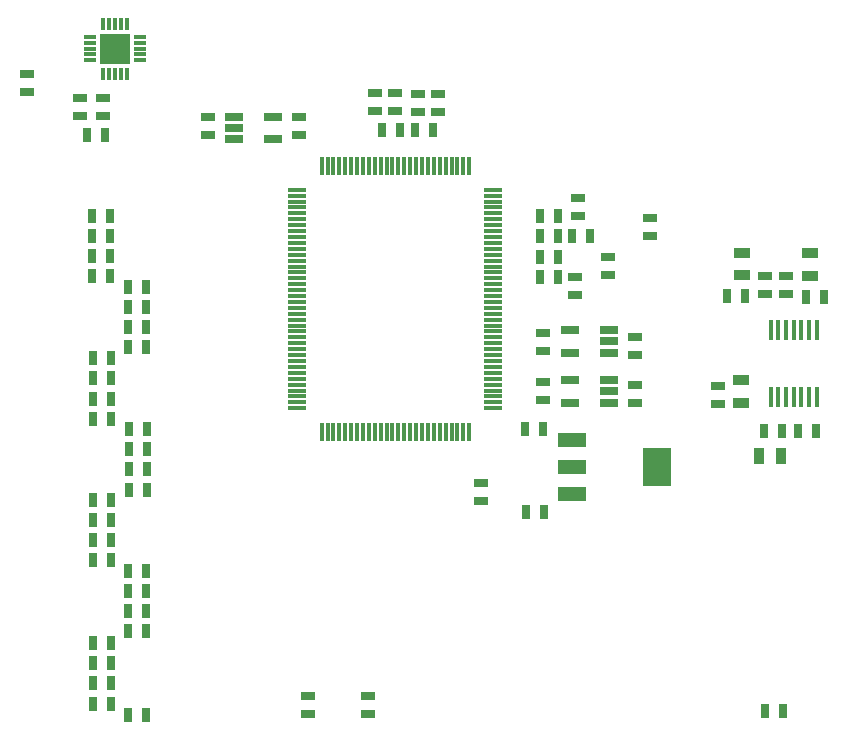
<source format=gtp>
G04 #@! TF.GenerationSoftware,KiCad,Pcbnew,5.1.5+dfsg1-2*
G04 #@! TF.CreationDate,2020-02-07T00:59:59+02:00*
G04 #@! TF.ProjectId,isl_board,69736c5f-626f-4617-9264-2e6b69636164,rev?*
G04 #@! TF.SameCoordinates,Original*
G04 #@! TF.FileFunction,Paste,Top*
G04 #@! TF.FilePolarity,Positive*
%FSLAX46Y46*%
G04 Gerber Fmt 4.6, Leading zero omitted, Abs format (unit mm)*
G04 Created by KiCad (PCBNEW 5.1.5+dfsg1-2) date 2020-02-07 00:59:59*
%MOMM*%
%LPD*%
G04 APERTURE LIST*
%ADD10R,0.635000X1.143000*%
%ADD11R,1.143000X0.635000*%
%ADD12R,1.397000X0.889000*%
%ADD13R,0.889000X1.397000*%
%ADD14R,0.355600X1.676400*%
%ADD15R,1.000000X0.300000*%
%ADD16R,0.300000X1.000000*%
%ADD17R,2.500000X2.500000*%
%ADD18R,2.400000X1.200000*%
%ADD19R,2.400000X3.300000*%
%ADD20R,1.560000X0.650000*%
%ADD21R,0.300000X1.600000*%
%ADD22R,1.600000X0.300000*%
G04 APERTURE END LIST*
D10*
X25718000Y-42120000D03*
X27242000Y-42120000D03*
D11*
X25150000Y-40522000D03*
X25150000Y-38998000D03*
X44410000Y-89618000D03*
X44410000Y-91142000D03*
X49470000Y-89628000D03*
X49470000Y-91152000D03*
D10*
X83108000Y-90880000D03*
X84632000Y-90880000D03*
D12*
X86930000Y-52107500D03*
X86930000Y-54012500D03*
X81150000Y-53982500D03*
X81150000Y-52077500D03*
X81090000Y-62847500D03*
X81090000Y-64752500D03*
D13*
X84512500Y-69320000D03*
X82607500Y-69320000D03*
D11*
X59070000Y-73132000D03*
X59070000Y-71608000D03*
D10*
X26208000Y-61000000D03*
X27732000Y-61000000D03*
X29238000Y-72120000D03*
X30762000Y-72120000D03*
X29238000Y-66990000D03*
X30762000Y-66990000D03*
X29208000Y-58360000D03*
X30732000Y-58360000D03*
X29208000Y-56650000D03*
X30732000Y-56650000D03*
X29238000Y-70410000D03*
X30762000Y-70410000D03*
X29238000Y-68700000D03*
X30762000Y-68700000D03*
X26208000Y-66130000D03*
X27732000Y-66130000D03*
X26208000Y-62710000D03*
X27732000Y-62710000D03*
X26208000Y-64420000D03*
X27732000Y-64420000D03*
X29208000Y-54940000D03*
X30732000Y-54940000D03*
X29208000Y-60070000D03*
X30732000Y-60070000D03*
D11*
X20630000Y-38444000D03*
X20630000Y-36920000D03*
D14*
X83589999Y-64259400D03*
X84240000Y-64259400D03*
X84890001Y-64259400D03*
X85540000Y-64259400D03*
X86189999Y-64259400D03*
X86840000Y-64259400D03*
X87489999Y-64259400D03*
X87490001Y-58620600D03*
X86840000Y-58620600D03*
X86190001Y-58620600D03*
X85540000Y-58620600D03*
X84890001Y-58620600D03*
X84240000Y-58620600D03*
X83590001Y-58620600D03*
D11*
X79140000Y-63328000D03*
X79140000Y-64852000D03*
D10*
X87432000Y-67130000D03*
X85908000Y-67130000D03*
X83048000Y-67130000D03*
X84572000Y-67130000D03*
D11*
X27090000Y-40522000D03*
X27090000Y-38998000D03*
D10*
X88102000Y-55800000D03*
X86578000Y-55800000D03*
X81442000Y-55770000D03*
X79918000Y-55770000D03*
D11*
X83130000Y-54008000D03*
X83130000Y-55532000D03*
X84920000Y-55532000D03*
X84920000Y-54008000D03*
D15*
X25975053Y-35782843D03*
X25975053Y-35282843D03*
X25975053Y-34782843D03*
X25975053Y-34282843D03*
X25975053Y-33782843D03*
D16*
X27090053Y-32667843D03*
X27590053Y-32667843D03*
X28090053Y-32667843D03*
X28590053Y-32667843D03*
X29090053Y-32667843D03*
D15*
X30205053Y-33782843D03*
X30205053Y-34282843D03*
X30205053Y-34782843D03*
X30205053Y-35282843D03*
X30205053Y-35782843D03*
D16*
X29090053Y-36897843D03*
X28590053Y-36897843D03*
X28090053Y-36897843D03*
X27590053Y-36897843D03*
X27090053Y-36897843D03*
D17*
X28090053Y-34782843D03*
D11*
X72120000Y-64752000D03*
X72120000Y-63228000D03*
X72090000Y-60732000D03*
X72090000Y-59208000D03*
X35930000Y-40568000D03*
X35930000Y-42092000D03*
D10*
X64312000Y-66960000D03*
X62788000Y-66960000D03*
X64382000Y-73990000D03*
X62858000Y-73990000D03*
D11*
X64290000Y-64542000D03*
X64290000Y-63018000D03*
X64300000Y-60352000D03*
X64300000Y-58828000D03*
X43640000Y-40548000D03*
X43640000Y-42072000D03*
D10*
X64048000Y-54110000D03*
X65572000Y-54110000D03*
X68322000Y-50690000D03*
X66798000Y-50690000D03*
X65572000Y-52400000D03*
X64048000Y-52400000D03*
X65572000Y-48980000D03*
X64048000Y-48980000D03*
D11*
X50080000Y-38588000D03*
X50080000Y-40112000D03*
X55440000Y-38598000D03*
X55440000Y-40122000D03*
D10*
X65572000Y-50690000D03*
X64048000Y-50690000D03*
X29168000Y-91180000D03*
X30692000Y-91180000D03*
X26198000Y-90240000D03*
X27722000Y-90240000D03*
X26198000Y-88530000D03*
X27722000Y-88530000D03*
X26198000Y-86820000D03*
X27722000Y-86820000D03*
X26198000Y-85110000D03*
X27722000Y-85110000D03*
D11*
X51810000Y-38588000D03*
X51810000Y-40112000D03*
D10*
X52222000Y-41640000D03*
X50698000Y-41640000D03*
X29178000Y-84130000D03*
X30702000Y-84130000D03*
X29178000Y-82410000D03*
X30702000Y-82410000D03*
D11*
X53720000Y-38598000D03*
X53720000Y-40122000D03*
D10*
X53448000Y-41640000D03*
X54972000Y-41640000D03*
X29178000Y-80690000D03*
X30702000Y-80690000D03*
X29178000Y-78980000D03*
X30702000Y-78980000D03*
X26208000Y-78100000D03*
X27732000Y-78100000D03*
X26208000Y-76390000D03*
X27732000Y-76390000D03*
X26208000Y-74680000D03*
X27732000Y-74680000D03*
X26208000Y-72970000D03*
X27732000Y-72970000D03*
X26168000Y-52370000D03*
X27692000Y-52370000D03*
X26168000Y-48950000D03*
X27692000Y-48950000D03*
X26168000Y-54080000D03*
X27692000Y-54080000D03*
X26168000Y-50660000D03*
X27692000Y-50660000D03*
D11*
X67040000Y-54098000D03*
X67040000Y-55622000D03*
X69860000Y-52398000D03*
X69860000Y-53922000D03*
X73360000Y-50682000D03*
X73360000Y-49158000D03*
X67250000Y-48972000D03*
X67250000Y-47448000D03*
D18*
X66780000Y-70210000D03*
X66780000Y-67910000D03*
X66780000Y-72510000D03*
D19*
X73980000Y-70210000D03*
D20*
X69920000Y-64770000D03*
X69920000Y-63820000D03*
X69920000Y-62870000D03*
X66620000Y-62870000D03*
X66620000Y-64770000D03*
X69920000Y-60530000D03*
X69920000Y-59580000D03*
X69920000Y-58630000D03*
X66620000Y-58630000D03*
X66620000Y-60530000D03*
X38130000Y-40560000D03*
X38130000Y-41510000D03*
X38130000Y-42460000D03*
X41430000Y-42460000D03*
X41430000Y-40560000D03*
D21*
X50580000Y-67290000D03*
X50080000Y-67290000D03*
X49580000Y-67290000D03*
X49080000Y-67290000D03*
X48580000Y-67290000D03*
X48080000Y-67290000D03*
X47580000Y-67290000D03*
X47080000Y-67290000D03*
X46580000Y-67290000D03*
X46080000Y-67290000D03*
X45580000Y-67290000D03*
D22*
X43530000Y-50240000D03*
X43530000Y-49740000D03*
X43530000Y-49240000D03*
X43530000Y-48740000D03*
X43530000Y-48240000D03*
X43530000Y-47740000D03*
X43530000Y-47240000D03*
X43530000Y-46740000D03*
D21*
X57080000Y-44690000D03*
X57580000Y-44690000D03*
X58080000Y-44690000D03*
D22*
X60130000Y-46740000D03*
X60130000Y-47240000D03*
X60130000Y-65240000D03*
X60130000Y-64740000D03*
X60130000Y-64240000D03*
X60130000Y-63740000D03*
X60130000Y-63240000D03*
X60130000Y-62740000D03*
X60130000Y-62240000D03*
X60130000Y-61740000D03*
X60130000Y-61240000D03*
X60130000Y-60740000D03*
X60130000Y-60240000D03*
X60130000Y-59740000D03*
X60130000Y-59240000D03*
X60130000Y-58740000D03*
X60130000Y-58240000D03*
X60130000Y-57740000D03*
X60130000Y-57240000D03*
X60130000Y-56740000D03*
X60130000Y-56240000D03*
X60130000Y-55740000D03*
X60130000Y-55240000D03*
X60130000Y-54740000D03*
X60130000Y-54240000D03*
X60130000Y-53740000D03*
X60130000Y-53240000D03*
X60130000Y-52740000D03*
X60130000Y-52240000D03*
X60130000Y-51740000D03*
X60130000Y-51240000D03*
X60130000Y-50740000D03*
X60130000Y-50240000D03*
X60130000Y-49740000D03*
X60130000Y-49240000D03*
X60130000Y-48740000D03*
X60130000Y-48240000D03*
X60130000Y-47740000D03*
D21*
X56580000Y-44690000D03*
X56080000Y-44690000D03*
X55580000Y-44690000D03*
X55080000Y-44690000D03*
X54580000Y-44690000D03*
X54080000Y-44690000D03*
X53580000Y-44690000D03*
X53080000Y-44690000D03*
X52580000Y-44690000D03*
X52080000Y-44690000D03*
X51580000Y-44690000D03*
X51080000Y-44690000D03*
X50580000Y-44690000D03*
X50080000Y-44690000D03*
X49580000Y-44690000D03*
X49080000Y-44690000D03*
X48580000Y-44690000D03*
X48080000Y-44690000D03*
X47580000Y-44690000D03*
X47080000Y-44690000D03*
X46580000Y-44690000D03*
X46080000Y-44690000D03*
X45580000Y-44690000D03*
D22*
X43530000Y-50740000D03*
X43530000Y-51240000D03*
X43530000Y-51740000D03*
X43530000Y-52240000D03*
X43530000Y-52740000D03*
X43530000Y-53240000D03*
X43530000Y-53740000D03*
X43530000Y-54240000D03*
X43530000Y-54740000D03*
X43530000Y-55240000D03*
X43530000Y-55740000D03*
X43530000Y-56240000D03*
X43530000Y-56740000D03*
X43530000Y-57240000D03*
X43530000Y-57740000D03*
X43530000Y-58240000D03*
X43530000Y-58740000D03*
X43530000Y-59240000D03*
X43530000Y-59740000D03*
X43530000Y-60240000D03*
X43530000Y-60740000D03*
X43530000Y-61240000D03*
X43530000Y-61740000D03*
X43530000Y-62240000D03*
X43530000Y-62740000D03*
X43530000Y-63240000D03*
X43530000Y-63740000D03*
X43530000Y-64240000D03*
X43530000Y-64740000D03*
X43530000Y-65240000D03*
D21*
X51080000Y-67290000D03*
X51580000Y-67290000D03*
X52080000Y-67290000D03*
X52580000Y-67290000D03*
X53080000Y-67290000D03*
X53580000Y-67290000D03*
X54080000Y-67290000D03*
X54580000Y-67290000D03*
X55080000Y-67290000D03*
X55580000Y-67290000D03*
X56080000Y-67290000D03*
X56580000Y-67290000D03*
X57080000Y-67290000D03*
X57580000Y-67290000D03*
X58080000Y-67290000D03*
M02*

</source>
